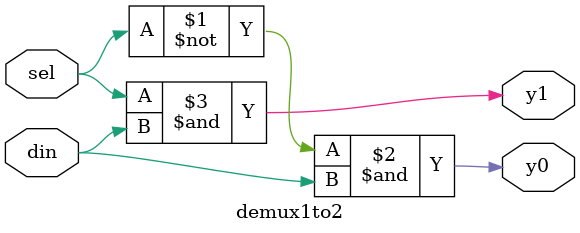
<source format=v>
module demux1to2(
    input wire din,
    input wire sel,
    output wire y0,
    output wire y1
);

assign y0 = (~sel) & din;
assign y1 = sel & din;

endmodule

</source>
